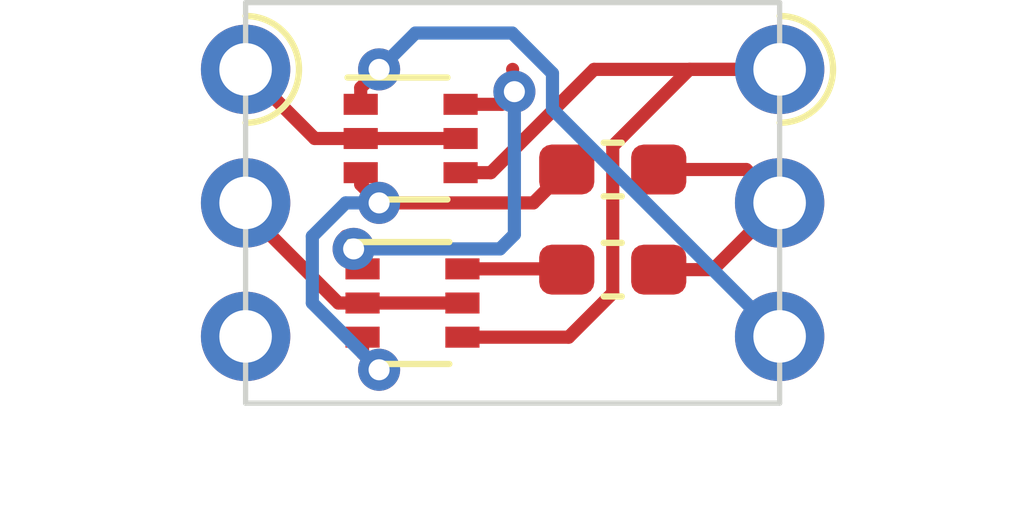
<source format=kicad_pcb>
(kicad_pcb (version 20171130) (host pcbnew 5.1.6)

  (general
    (thickness 1.6)
    (drawings 4)
    (tracks 58)
    (zones 0)
    (modules 6)
    (nets 10)
  )

  (page A4)
  (layers
    (0 F.Cu signal)
    (31 B.Cu signal)
    (32 B.Adhes user)
    (33 F.Adhes user)
    (34 B.Paste user)
    (35 F.Paste user)
    (36 B.SilkS user)
    (37 F.SilkS user)
    (38 B.Mask user)
    (39 F.Mask user)
    (40 Dwgs.User user)
    (41 Cmts.User user)
    (42 Eco1.User user)
    (43 Eco2.User user)
    (44 Edge.Cuts user)
    (45 Margin user)
    (46 B.CrtYd user)
    (47 F.CrtYd user)
    (48 B.Fab user)
    (49 F.Fab user)
  )

  (setup
    (last_trace_width 0.25)
    (user_trace_width 0.3)
    (trace_clearance 0.2)
    (zone_clearance 0.508)
    (zone_45_only no)
    (trace_min 0.2)
    (via_size 0.8)
    (via_drill 0.4)
    (via_min_size 0.4)
    (via_min_drill 0.3)
    (uvia_size 0.3)
    (uvia_drill 0.1)
    (uvias_allowed no)
    (uvia_min_size 0.2)
    (uvia_min_drill 0.1)
    (edge_width 0.05)
    (segment_width 0.2)
    (pcb_text_width 0.3)
    (pcb_text_size 1.5 1.5)
    (mod_edge_width 0.12)
    (mod_text_size 1 1)
    (mod_text_width 0.15)
    (pad_size 1.524 1.524)
    (pad_drill 0.762)
    (pad_to_mask_clearance 0.05)
    (aux_axis_origin 0 0)
    (visible_elements FFFFFF7F)
    (pcbplotparams
      (layerselection 0x010fc_ffffffff)
      (usegerberextensions false)
      (usegerberattributes true)
      (usegerberadvancedattributes true)
      (creategerberjobfile true)
      (excludeedgelayer true)
      (linewidth 0.100000)
      (plotframeref false)
      (viasonmask false)
      (mode 1)
      (useauxorigin false)
      (hpglpennumber 1)
      (hpglpenspeed 20)
      (hpglpendiameter 15.000000)
      (psnegative false)
      (psa4output false)
      (plotreference true)
      (plotvalue true)
      (plotinvisibletext false)
      (padsonsilk false)
      (subtractmaskfromsilk false)
      (outputformat 1)
      (mirror false)
      (drillshape 0)
      (scaleselection 1)
      (outputdirectory ""))
  )

  (net 0 "")
  (net 1 Vss)
  (net 2 Out)
  (net 3 B)
  (net 4 Vdd)
  (net 5 A)
  (net 6 "Net-(J1-Pad3)")
  (net 7 "Net-(Q1-Pad6)")
  (net 8 "Net-(Q1-Pad3)")
  (net 9 "Net-(Q2-Pad6)")

  (net_class Default "This is the default net class."
    (clearance 0.2)
    (trace_width 0.25)
    (via_dia 0.8)
    (via_drill 0.4)
    (uvia_dia 0.3)
    (uvia_drill 0.1)
    (add_net A)
    (add_net B)
    (add_net "Net-(J1-Pad3)")
    (add_net "Net-(Q1-Pad3)")
    (add_net "Net-(Q1-Pad6)")
    (add_net "Net-(Q2-Pad6)")
    (add_net Out)
    (add_net Vdd)
    (add_net Vss)
  )

  (module Resistor_SMD:R_0603_1608Metric_Pad1.05x0.95mm_HandSolder (layer F.Cu) (tedit 5B301BBD) (tstamp 5FF6B1DE)
    (at 89.535 60.325 180)
    (descr "Resistor SMD 0603 (1608 Metric), square (rectangular) end terminal, IPC_7351 nominal with elongated pad for handsoldering. (Body size source: http://www.tortai-tech.com/upload/download/2011102023233369053.pdf), generated with kicad-footprint-generator")
    (tags "resistor handsolder")
    (path /5FFA3C56)
    (attr smd)
    (fp_text reference R2 (at 0 -1.43) (layer F.SilkS) hide
      (effects (font (size 1 1) (thickness 0.15)))
    )
    (fp_text value 12k (at 0 1.43) (layer F.Fab)
      (effects (font (size 1 1) (thickness 0.15)))
    )
    (fp_text user %R (at 0 0) (layer F.Fab)
      (effects (font (size 0.4 0.4) (thickness 0.06)))
    )
    (fp_line (start -0.8 0.4) (end -0.8 -0.4) (layer F.Fab) (width 0.1))
    (fp_line (start -0.8 -0.4) (end 0.8 -0.4) (layer F.Fab) (width 0.1))
    (fp_line (start 0.8 -0.4) (end 0.8 0.4) (layer F.Fab) (width 0.1))
    (fp_line (start 0.8 0.4) (end -0.8 0.4) (layer F.Fab) (width 0.1))
    (fp_line (start -0.171267 -0.51) (end 0.171267 -0.51) (layer F.SilkS) (width 0.12))
    (fp_line (start -0.171267 0.51) (end 0.171267 0.51) (layer F.SilkS) (width 0.12))
    (fp_line (start -1.65 0.73) (end -1.65 -0.73) (layer F.CrtYd) (width 0.05))
    (fp_line (start -1.65 -0.73) (end 1.65 -0.73) (layer F.CrtYd) (width 0.05))
    (fp_line (start 1.65 -0.73) (end 1.65 0.73) (layer F.CrtYd) (width 0.05))
    (fp_line (start 1.65 0.73) (end -1.65 0.73) (layer F.CrtYd) (width 0.05))
    (pad 2 smd roundrect (at 0.875 0 180) (size 1.05 0.95) (layers F.Cu F.Paste F.Mask) (roundrect_rratio 0.25)
      (net 9 "Net-(Q2-Pad6)"))
    (pad 1 smd roundrect (at -0.875 0 180) (size 1.05 0.95) (layers F.Cu F.Paste F.Mask) (roundrect_rratio 0.25)
      (net 2 Out))
    (model ${KISYS3DMOD}/Resistor_SMD.3dshapes/R_0603_1608Metric.wrl
      (at (xyz 0 0 0))
      (scale (xyz 1 1 1))
      (rotate (xyz 0 0 0))
    )
  )

  (module Resistor_SMD:R_0603_1608Metric_Pad1.05x0.95mm_HandSolder (layer F.Cu) (tedit 5B301BBD) (tstamp 5FF6B1CD)
    (at 89.535 58.42)
    (descr "Resistor SMD 0603 (1608 Metric), square (rectangular) end terminal, IPC_7351 nominal with elongated pad for handsoldering. (Body size source: http://www.tortai-tech.com/upload/download/2011102023233369053.pdf), generated with kicad-footprint-generator")
    (tags "resistor handsolder")
    (path /5FFA272D)
    (attr smd)
    (fp_text reference R1 (at 0 -1.43) (layer F.SilkS) hide
      (effects (font (size 1 1) (thickness 0.15)))
    )
    (fp_text value 12k (at 0 1.43) (layer F.Fab)
      (effects (font (size 1 1) (thickness 0.15)))
    )
    (fp_text user %R (at 0 0) (layer F.Fab)
      (effects (font (size 0.4 0.4) (thickness 0.06)))
    )
    (fp_line (start -0.8 0.4) (end -0.8 -0.4) (layer F.Fab) (width 0.1))
    (fp_line (start -0.8 -0.4) (end 0.8 -0.4) (layer F.Fab) (width 0.1))
    (fp_line (start 0.8 -0.4) (end 0.8 0.4) (layer F.Fab) (width 0.1))
    (fp_line (start 0.8 0.4) (end -0.8 0.4) (layer F.Fab) (width 0.1))
    (fp_line (start -0.171267 -0.51) (end 0.171267 -0.51) (layer F.SilkS) (width 0.12))
    (fp_line (start -0.171267 0.51) (end 0.171267 0.51) (layer F.SilkS) (width 0.12))
    (fp_line (start -1.65 0.73) (end -1.65 -0.73) (layer F.CrtYd) (width 0.05))
    (fp_line (start -1.65 -0.73) (end 1.65 -0.73) (layer F.CrtYd) (width 0.05))
    (fp_line (start 1.65 -0.73) (end 1.65 0.73) (layer F.CrtYd) (width 0.05))
    (fp_line (start 1.65 0.73) (end -1.65 0.73) (layer F.CrtYd) (width 0.05))
    (pad 2 smd roundrect (at 0.875 0) (size 1.05 0.95) (layers F.Cu F.Paste F.Mask) (roundrect_rratio 0.25)
      (net 2 Out))
    (pad 1 smd roundrect (at -0.875 0) (size 1.05 0.95) (layers F.Cu F.Paste F.Mask) (roundrect_rratio 0.25)
      (net 8 "Net-(Q1-Pad3)"))
    (model ${KISYS3DMOD}/Resistor_SMD.3dshapes/R_0603_1608Metric.wrl
      (at (xyz 0 0 0))
      (scale (xyz 1 1 1))
      (rotate (xyz 0 0 0))
    )
  )

  (module Package_TO_SOT_SMD:SOT-363_SC-70-6 (layer F.Cu) (tedit 5A02FF57) (tstamp 5FF6B1BC)
    (at 85.725 60.96)
    (descr "SOT-363, SC-70-6")
    (tags "SOT-363 SC-70-6")
    (path /5FF95AB8)
    (attr smd)
    (fp_text reference Q2 (at 0 -2) (layer F.SilkS) hide
      (effects (font (size 1 1) (thickness 0.15)))
    )
    (fp_text value BSS8402DW (at 0 2 180) (layer F.Fab)
      (effects (font (size 1 1) (thickness 0.15)))
    )
    (fp_text user %R (at 0 0 90) (layer F.Fab)
      (effects (font (size 0.5 0.5) (thickness 0.075)))
    )
    (fp_line (start 0.7 -1.16) (end -1.2 -1.16) (layer F.SilkS) (width 0.12))
    (fp_line (start -0.7 1.16) (end 0.7 1.16) (layer F.SilkS) (width 0.12))
    (fp_line (start 1.6 1.4) (end 1.6 -1.4) (layer F.CrtYd) (width 0.05))
    (fp_line (start -1.6 -1.4) (end -1.6 1.4) (layer F.CrtYd) (width 0.05))
    (fp_line (start -1.6 -1.4) (end 1.6 -1.4) (layer F.CrtYd) (width 0.05))
    (fp_line (start 0.675 -1.1) (end -0.175 -1.1) (layer F.Fab) (width 0.1))
    (fp_line (start -0.675 -0.6) (end -0.675 1.1) (layer F.Fab) (width 0.1))
    (fp_line (start -1.6 1.4) (end 1.6 1.4) (layer F.CrtYd) (width 0.05))
    (fp_line (start 0.675 -1.1) (end 0.675 1.1) (layer F.Fab) (width 0.1))
    (fp_line (start 0.675 1.1) (end -0.675 1.1) (layer F.Fab) (width 0.1))
    (fp_line (start -0.175 -1.1) (end -0.675 -0.6) (layer F.Fab) (width 0.1))
    (pad 6 smd rect (at 0.95 -0.65) (size 0.65 0.4) (layers F.Cu F.Paste F.Mask)
      (net 9 "Net-(Q2-Pad6)"))
    (pad 4 smd rect (at 0.95 0.65) (size 0.65 0.4) (layers F.Cu F.Paste F.Mask)
      (net 4 Vdd))
    (pad 2 smd rect (at -0.95 0) (size 0.65 0.4) (layers F.Cu F.Paste F.Mask)
      (net 3 B))
    (pad 5 smd rect (at 0.95 0) (size 0.65 0.4) (layers F.Cu F.Paste F.Mask)
      (net 3 B))
    (pad 3 smd rect (at -0.95 0.65) (size 0.65 0.4) (layers F.Cu F.Paste F.Mask)
      (net 8 "Net-(Q1-Pad3)"))
    (pad 1 smd rect (at -0.95 -0.65) (size 0.65 0.4) (layers F.Cu F.Paste F.Mask)
      (net 7 "Net-(Q1-Pad6)"))
    (model ${KISYS3DMOD}/Package_TO_SOT_SMD.3dshapes/SOT-363_SC-70-6.wrl
      (at (xyz 0 0 0))
      (scale (xyz 1 1 1))
      (rotate (xyz 0 0 0))
    )
  )

  (module Package_TO_SOT_SMD:SOT-363_SC-70-6 (layer F.Cu) (tedit 5A02FF57) (tstamp 5FF6B1A6)
    (at 85.69 57.83)
    (descr "SOT-363, SC-70-6")
    (tags "SOT-363 SC-70-6")
    (path /5FF918B4)
    (attr smd)
    (fp_text reference Q1 (at 0 -2) (layer F.SilkS) hide
      (effects (font (size 1 1) (thickness 0.15)))
    )
    (fp_text value BSS8402DW (at 0 2 180) (layer F.Fab)
      (effects (font (size 1 1) (thickness 0.15)))
    )
    (fp_text user %R (at 0 0 90) (layer F.Fab)
      (effects (font (size 0.5 0.5) (thickness 0.075)))
    )
    (fp_line (start 0.7 -1.16) (end -1.2 -1.16) (layer F.SilkS) (width 0.12))
    (fp_line (start -0.7 1.16) (end 0.7 1.16) (layer F.SilkS) (width 0.12))
    (fp_line (start 1.6 1.4) (end 1.6 -1.4) (layer F.CrtYd) (width 0.05))
    (fp_line (start -1.6 -1.4) (end -1.6 1.4) (layer F.CrtYd) (width 0.05))
    (fp_line (start -1.6 -1.4) (end 1.6 -1.4) (layer F.CrtYd) (width 0.05))
    (fp_line (start 0.675 -1.1) (end -0.175 -1.1) (layer F.Fab) (width 0.1))
    (fp_line (start -0.675 -0.6) (end -0.675 1.1) (layer F.Fab) (width 0.1))
    (fp_line (start -1.6 1.4) (end 1.6 1.4) (layer F.CrtYd) (width 0.05))
    (fp_line (start 0.675 -1.1) (end 0.675 1.1) (layer F.Fab) (width 0.1))
    (fp_line (start 0.675 1.1) (end -0.675 1.1) (layer F.Fab) (width 0.1))
    (fp_line (start -0.175 -1.1) (end -0.675 -0.6) (layer F.Fab) (width 0.1))
    (pad 6 smd rect (at 0.95 -0.65) (size 0.65 0.4) (layers F.Cu F.Paste F.Mask)
      (net 7 "Net-(Q1-Pad6)"))
    (pad 4 smd rect (at 0.95 0.65) (size 0.65 0.4) (layers F.Cu F.Paste F.Mask)
      (net 4 Vdd))
    (pad 2 smd rect (at -0.95 0) (size 0.65 0.4) (layers F.Cu F.Paste F.Mask)
      (net 5 A))
    (pad 5 smd rect (at 0.95 0) (size 0.65 0.4) (layers F.Cu F.Paste F.Mask)
      (net 5 A))
    (pad 3 smd rect (at -0.95 0.65) (size 0.65 0.4) (layers F.Cu F.Paste F.Mask)
      (net 8 "Net-(Q1-Pad3)"))
    (pad 1 smd rect (at -0.95 -0.65) (size 0.65 0.4) (layers F.Cu F.Paste F.Mask)
      (net 1 Vss))
    (model ${KISYS3DMOD}/Package_TO_SOT_SMD.3dshapes/SOT-363_SC-70-6.wrl
      (at (xyz 0 0 0))
      (scale (xyz 1 1 1))
      (rotate (xyz 0 0 0))
    )
  )

  (module Castellation:Edge_Castellation_1x03_P2.54 (layer F.Cu) (tedit 5FED63D6) (tstamp 5FF6B190)
    (at 92.71 56.515)
    (descr "Edge Castellation, 1x03, 2.54mm pitch, single row")
    (tags "Castellation Edge 1x03 2.54mm single row")
    (path /5FE289D5)
    (fp_text reference J2 (at 0 -2.54) (layer F.SilkS) hide
      (effects (font (size 1 1) (thickness 0.15)))
    )
    (fp_text value Conn_01x03 (at 0 7.85) (layer F.Fab)
      (effects (font (size 1 1) (thickness 0.15)))
    )
    (fp_text user %R (at 0 2.54 90) (layer F.Fab)
      (effects (font (size 1 1) (thickness 0.15)))
    )
    (fp_arc (start 0 0) (end 0 1.016) (angle -180) (layer F.SilkS) (width 0.12))
    (fp_line (start -1.27 -1.27) (end 0.635 -1.27) (layer F.Fab) (width 0.1))
    (fp_line (start 0.635 -1.27) (end 1.27 -0.635) (layer F.Fab) (width 0.1))
    (fp_line (start 1.27 -0.635) (end 1.27 6.35) (layer F.Fab) (width 0.1))
    (fp_line (start 1.27 6.35) (end -1.27 6.35) (layer F.Fab) (width 0.1))
    (fp_line (start -1.27 6.35) (end -1.27 -1.27) (layer F.Fab) (width 0.1))
    (pad 1 thru_hole oval (at 0 0) (size 1.7 1.7) (drill 1) (layers *.Cu *.Mask)
      (net 4 Vdd))
    (pad 2 thru_hole oval (at 0 2.54) (size 1.7 1.7) (drill 1) (layers *.Cu *.Mask)
      (net 2 Out))
    (pad 3 thru_hole oval (at 0 5.08) (size 1.7 1.7) (drill 1) (layers *.Cu *.Mask)
      (net 1 Vss))
  )

  (module Castellation:Edge_Castellation_1x03_P2.54 (layer F.Cu) (tedit 5FED63D6) (tstamp 5FF6B182)
    (at 82.55 56.515)
    (descr "Edge Castellation, 1x03, 2.54mm pitch, single row")
    (tags "Castellation Edge 1x03 2.54mm single row")
    (path /5FE257B2)
    (fp_text reference J1 (at 0 -2.54) (layer F.SilkS) hide
      (effects (font (size 1 1) (thickness 0.15)))
    )
    (fp_text value Conn_01x03 (at 0 7.85) (layer F.Fab)
      (effects (font (size 1 1) (thickness 0.15)))
    )
    (fp_text user %R (at 0 2.54 90) (layer F.Fab)
      (effects (font (size 1 1) (thickness 0.15)))
    )
    (fp_arc (start 0 0) (end 0 1.016) (angle -180) (layer F.SilkS) (width 0.12))
    (fp_line (start -1.27 -1.27) (end 0.635 -1.27) (layer F.Fab) (width 0.1))
    (fp_line (start 0.635 -1.27) (end 1.27 -0.635) (layer F.Fab) (width 0.1))
    (fp_line (start 1.27 -0.635) (end 1.27 6.35) (layer F.Fab) (width 0.1))
    (fp_line (start 1.27 6.35) (end -1.27 6.35) (layer F.Fab) (width 0.1))
    (fp_line (start -1.27 6.35) (end -1.27 -1.27) (layer F.Fab) (width 0.1))
    (pad 1 thru_hole oval (at 0 0) (size 1.7 1.7) (drill 1) (layers *.Cu *.Mask)
      (net 5 A))
    (pad 2 thru_hole oval (at 0 2.54) (size 1.7 1.7) (drill 1) (layers *.Cu *.Mask)
      (net 3 B))
    (pad 3 thru_hole oval (at 0 5.08) (size 1.7 1.7) (drill 1) (layers *.Cu *.Mask)
      (net 6 "Net-(J1-Pad3)"))
  )

  (gr_line (start 92.71 55.245) (end 92.71 62.865) (layer Edge.Cuts) (width 0.1))
  (gr_line (start 82.55 55.245) (end 92.71 55.245) (layer Edge.Cuts) (width 0.1))
  (gr_line (start 82.55 62.865) (end 82.55 55.245) (layer Edge.Cuts) (width 0.1))
  (gr_line (start 92.71 62.865) (end 82.55 62.865) (layer Edge.Cuts) (width 0.1))

  (segment (start 84.74 57.18) (end 84.74 56.865) (width 0.25) (layer F.Cu) (net 1))
  (segment (start 84.74 56.865) (end 85.09 56.515) (width 0.25) (layer F.Cu) (net 1))
  (segment (start 85.09 56.515) (end 85.09 56.515) (width 0.25) (layer F.Cu) (net 1) (tstamp 5FF6B4A5))
  (segment (start 85.09 56.515) (end 85.09 56.515) (width 0.25) (layer F.Cu) (net 1) (tstamp 5FF6B522))
  (via (at 85.09 56.515) (size 0.8) (drill 0.4) (layers F.Cu B.Cu) (net 1))
  (segment (start 88.388474 56.590791) (end 88.388474 57.273474) (width 0.25) (layer B.Cu) (net 1))
  (segment (start 87.621157 55.823474) (end 88.388474 56.590791) (width 0.25) (layer B.Cu) (net 1))
  (segment (start 85.09 56.515) (end 85.781526 55.823474) (width 0.25) (layer B.Cu) (net 1))
  (segment (start 88.388474 57.273474) (end 92.71 61.595) (width 0.25) (layer B.Cu) (net 1))
  (segment (start 85.781526 55.823474) (end 87.621157 55.823474) (width 0.25) (layer B.Cu) (net 1))
  (segment (start 91.44 60.325) (end 92.71 59.055) (width 0.25) (layer F.Cu) (net 2))
  (segment (start 90.41 60.325) (end 91.44 60.325) (width 0.25) (layer F.Cu) (net 2))
  (segment (start 92.075 58.42) (end 92.71 59.055) (width 0.25) (layer F.Cu) (net 2))
  (segment (start 90.41 58.42) (end 92.075 58.42) (width 0.25) (layer F.Cu) (net 2))
  (segment (start 84.775 60.96) (end 86.675 60.96) (width 0.25) (layer F.Cu) (net 3))
  (segment (start 84.314998 60.96) (end 84.775 60.96) (width 0.25) (layer F.Cu) (net 3))
  (segment (start 82.55 59.195002) (end 84.314998 60.96) (width 0.25) (layer F.Cu) (net 3))
  (segment (start 82.55 59.055) (end 82.55 59.195002) (width 0.25) (layer F.Cu) (net 3))
  (segment (start 89.18 56.515) (end 92.71 56.515) (width 0.25) (layer F.Cu) (net 4))
  (segment (start 87.215 58.48) (end 89.18 56.515) (width 0.25) (layer F.Cu) (net 4))
  (segment (start 86.64 58.48) (end 87.215 58.48) (width 0.25) (layer F.Cu) (net 4))
  (segment (start 88.69551 61.61) (end 89.535 60.77051) (width 0.25) (layer F.Cu) (net 4))
  (segment (start 86.675 61.61) (end 88.69551 61.61) (width 0.25) (layer F.Cu) (net 4))
  (segment (start 90.99449 56.515) (end 92.71 56.515) (width 0.25) (layer F.Cu) (net 4))
  (segment (start 89.535 57.97449) (end 90.99449 56.515) (width 0.25) (layer F.Cu) (net 4))
  (segment (start 89.535 60.77051) (end 89.535 57.97449) (width 0.25) (layer F.Cu) (net 4))
  (segment (start 84.74 57.83) (end 86.64 57.83) (width 0.25) (layer F.Cu) (net 5))
  (segment (start 83.865 57.83) (end 84.74 57.83) (width 0.25) (layer F.Cu) (net 5))
  (segment (start 82.55 56.515) (end 83.865 57.83) (width 0.25) (layer F.Cu) (net 5))
  (segment (start 87.63 56.515) (end 87.63 56.515) (width 0.25) (layer F.Cu) (net 7) (tstamp 5FF6B49C))
  (segment (start 84.455 59.69) (end 84.455 59.69) (width 0.25) (layer F.Cu) (net 7) (tstamp 5FF6B4BA))
  (segment (start 84.775 60.31) (end 84.775 60.10001) (width 0.25) (layer F.Cu) (net 7))
  (segment (start 84.775 60.10001) (end 84.605155 59.930165) (width 0.25) (layer F.Cu) (net 7))
  (via (at 84.605155 59.930165) (size 0.8) (drill 0.4) (layers F.Cu B.Cu) (net 7))
  (segment (start 87.663473 59.656527) (end 87.663473 56.938792) (width 0.25) (layer B.Cu) (net 7))
  (segment (start 87.422265 57.18) (end 87.663473 56.938792) (width 0.25) (layer F.Cu) (net 7))
  (via (at 87.663473 56.938792) (size 0.8) (drill 0.4) (layers F.Cu B.Cu) (net 7))
  (segment (start 86.64 57.18) (end 87.422265 57.18) (width 0.25) (layer F.Cu) (net 7))
  (segment (start 87.389835 59.930165) (end 87.663473 59.656527) (width 0.25) (layer B.Cu) (net 7))
  (segment (start 84.605155 59.930165) (end 87.389835 59.930165) (width 0.25) (layer B.Cu) (net 7))
  (segment (start 84.775 61.61) (end 84.775 61.915) (width 0.25) (layer F.Cu) (net 8))
  (segment (start 84.775 61.915) (end 85.09 62.23) (width 0.25) (layer F.Cu) (net 8))
  (segment (start 85.09 62.23) (end 85.09 62.23) (width 0.25) (layer F.Cu) (net 8) (tstamp 5FF6B483))
  (segment (start 85.09 59.055) (end 85.09 59.055) (width 0.25) (layer F.Cu) (net 8) (tstamp 5FF6B489))
  (segment (start 85.09 59.055) (end 85.09 59.055) (width 0.25) (layer F.Cu) (net 8))
  (segment (start 85.09 62.23) (end 85.09 62.23) (width 0.25) (layer F.Cu) (net 8) (tstamp 5FF6B4B4))
  (via (at 85.09 62.23) (size 0.8) (drill 0.4) (layers F.Cu B.Cu) (net 8))
  (segment (start 84.74 58.705) (end 85.09 59.055) (width 0.25) (layer F.Cu) (net 8))
  (segment (start 84.74 58.48) (end 84.74 58.705) (width 0.25) (layer F.Cu) (net 8))
  (segment (start 88.025 59.055) (end 88.66 58.42) (width 0.25) (layer F.Cu) (net 8))
  (via (at 85.09 59.055) (size 0.8) (drill 0.4) (layers F.Cu B.Cu) (net 8))
  (segment (start 85.09 59.055) (end 88.025 59.055) (width 0.25) (layer F.Cu) (net 8) (tstamp 5FF6B4B2))
  (segment (start 85.09 59.055) (end 84.455 59.055) (width 0.25) (layer B.Cu) (net 8))
  (segment (start 84.455 59.055) (end 83.82 59.69) (width 0.25) (layer B.Cu) (net 8))
  (segment (start 83.82 60.96) (end 85.09 62.23) (width 0.25) (layer B.Cu) (net 8))
  (segment (start 83.82 59.69) (end 83.82 60.96) (width 0.25) (layer B.Cu) (net 8))
  (segment (start 88.645 60.31) (end 88.66 60.325) (width 0.25) (layer F.Cu) (net 9))
  (segment (start 86.675 60.31) (end 88.645 60.31) (width 0.25) (layer F.Cu) (net 9))

)

</source>
